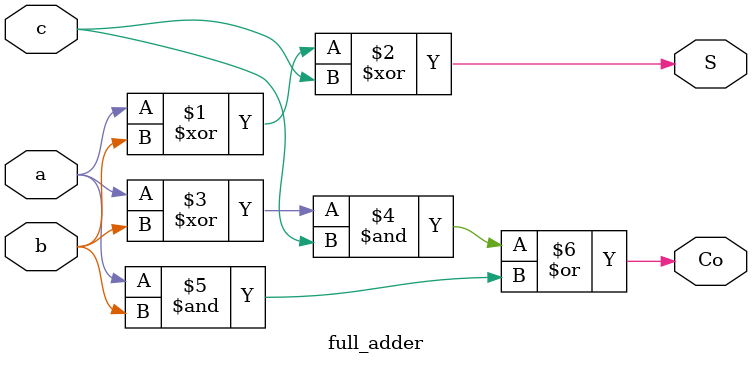
<source format=v>
module full_adder(input a,input b,input c,output S,output Co);
    assign S=a^b^c;
    assign Co=((a^b)&c)|(a&b);
endmodule

</source>
